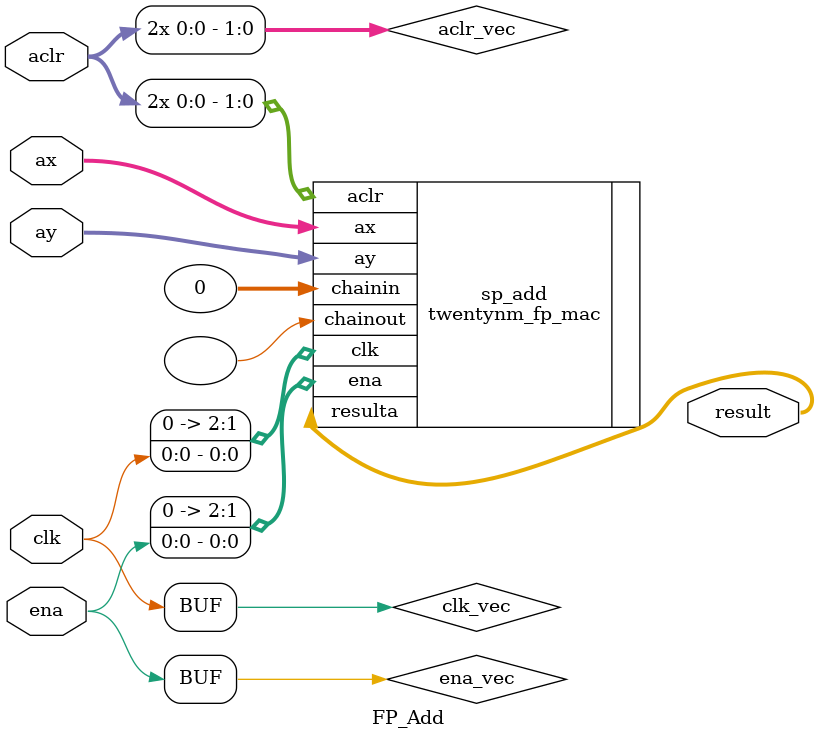
<source format=v>
module FP_Add(
    input  wire                          clk,
    input  wire                          ena,
    input  wire		                     aclr,
    input  wire [31:0]                   ax,
    input  wire [31:0]                   ay,
    output wire [31:0]                   result

	);
    wire [1-1:0] clk_vec;
    wire [1-1:0] ena_vec;
	wire [1:0]                   aclr_vec;
    assign clk_vec[0] = clk;
    assign ena_vec[0] = ena;
	assign aclr_vec[1] = aclr;
    assign aclr_vec[0] = aclr;

twentynm_fp_mac  #(
    .ax_clock("0"),
    .ay_clock("0"),
    .az_clock("NONE"),
    .output_clock("0"),
    .accumulate_clock("NONE"),
    .ax_chainin_pl_clock("NONE"),
    .accum_pipeline_clock("NONE"),
    .mult_pipeline_clock("NONE"),
    .adder_input_clock("NONE"),
    .accum_adder_clock("NONE"),
    .use_chainin("false"),
    .operation_mode("sp_add"),
    .adder_subtract("false")
) sp_add (
    .clk({1'b0,1'b0,clk_vec[0]}),
    .ena({1'b0,1'b0,ena_vec[0]}),
    .aclr(aclr_vec),
    .ax(ax),
    .ay(ay),

    .chainin(32'b0),
    .resulta(result),
    .chainout()
);
endmodule
</source>
